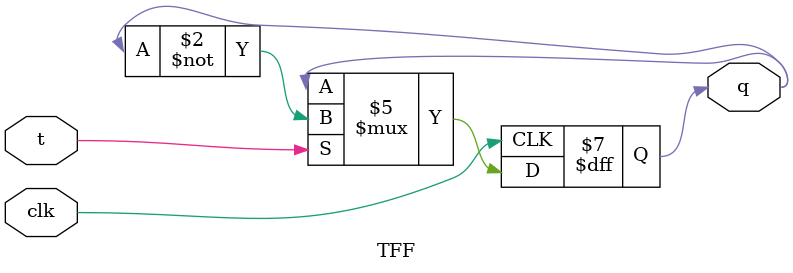
<source format=v>
`timescale 1ns / 1ps


module TFF(clk, t, q);
    input clk,t;
    output reg q = 1'b0;

    always @ (posedge clk) begin
        if (t)
            q<=~q;
        else
            q<=q;
    end
endmodule

</source>
